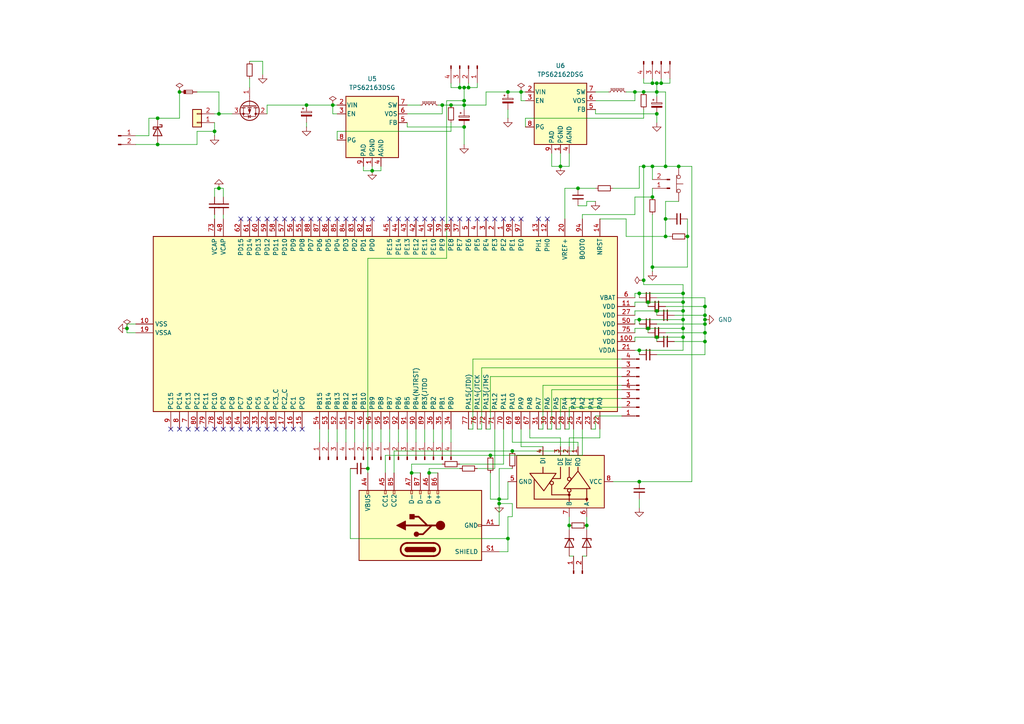
<source format=kicad_sch>
(kicad_sch (version 20231120) (generator "eeschema") (generator_version "8.0")
  (paper "A4")
  (junction (at 184.15 26.67))
  (junction (at 148.59 130.81))
  (junction (at 167.64 54.61))
  (junction (at 128.27 30.48))
  (junction (at 204.47 88.9))
  (junction (at 185.42 85.09))
  (junction (at 187.96 87.63))
  (junction (at 106.68 135.89))
  (junction (at 165.1 152.4))
  (junction (at 134.62 25.4))
  (junction (at 193.04 48.26))
  (junction (at 193.04 63.5))
  (junction (at 189.23 77.47))
  (junction (at 170.18 152.4))
  (junction (at 134.62 36.83))
  (junction (at 190.5 33.02))
  (junction (at 204.47 91.44))
  (junction (at 189.23 57.15))
  (junction (at 88.9 30.48))
  (junction (at 162.56 48.26))
  (junction (at 124.46 137.16))
  (junction (at 204.47 93.98))
  (junction (at 196.85 48.26))
  (junction (at 185.42 101.6))
  (junction (at 134.62 30.48))
  (junction (at 45.72 34.29))
  (junction (at 198.12 90.17))
  (junction (at 63.5 33.02))
  (junction (at 130.81 30.48))
  (junction (at 144.78 144.78))
  (junction (at 135.89 25.4))
  (junction (at 36.83 95.25))
  (junction (at 198.12 97.79))
  (junction (at 204.47 92.71))
  (junction (at 198.12 87.63))
  (junction (at 62.23 38.1))
  (junction (at 198.12 92.71))
  (junction (at 134.62 29.21))
  (junction (at 193.04 68.58))
  (junction (at 147.32 156.21))
  (junction (at 52.07 26.67))
  (junction (at 199.39 68.58))
  (junction (at 133.35 25.4))
  (junction (at 142.24 132.08))
  (junction (at 185.42 139.7))
  (junction (at 107.95 49.53))
  (junction (at 198.12 95.25))
  (junction (at 186.69 48.26))
  (junction (at 186.69 81.28))
  (junction (at 190.5 97.79))
  (junction (at 190.5 90.17))
  (junction (at 190.5 26.67))
  (junction (at 96.52 30.48))
  (junction (at 204.47 96.52))
  (junction (at 189.23 48.26))
  (junction (at 187.96 95.25))
  (junction (at 147.32 26.67))
  (junction (at 204.47 99.06))
  (junction (at 191.77 24.13))
  (junction (at 189.23 24.13))
  (junction (at 198.12 85.09))
  (junction (at 185.42 92.71))
  (junction (at 119.38 137.16))
  (junction (at 63.5 54.61))
  (junction (at 45.72 41.91))
  (junction (at 190.5 24.13))
  (junction (at 186.69 26.67))
  (junction (at 144.78 146.05))
  (junction (at 151.13 26.67))
  (no_connect (at 151.13 63.5))
  (no_connect (at 140.97 63.5))
  (no_connect (at 118.11 63.5))
  (no_connect (at 143.51 63.5))
  (no_connect (at 95.25 63.5))
  (no_connect (at 90.17 63.5))
  (no_connect (at 133.35 63.5))
  (no_connect (at 69.85 63.5))
  (no_connect (at 77.47 63.5))
  (no_connect (at 100.33 63.5))
  (no_connect (at 67.31 124.46))
  (no_connect (at 85.09 63.5))
  (no_connect (at 74.93 63.5))
  (no_connect (at 130.81 63.5))
  (no_connect (at 148.59 63.5))
  (no_connect (at 82.55 63.5))
  (no_connect (at 115.57 63.5))
  (no_connect (at 72.39 124.46))
  (no_connect (at 49.53 124.46))
  (no_connect (at 59.69 124.46))
  (no_connect (at 54.61 124.46))
  (no_connect (at 80.01 124.46))
  (no_connect (at 156.21 63.5))
  (no_connect (at 120.65 63.5))
  (no_connect (at 87.63 124.46))
  (no_connect (at 135.89 63.5))
  (no_connect (at 62.23 124.46))
  (no_connect (at 82.55 124.46))
  (no_connect (at 158.75 63.5))
  (no_connect (at 74.93 124.46))
  (no_connect (at 77.47 124.46))
  (no_connect (at 72.39 63.5))
  (no_connect (at 80.01 63.5))
  (no_connect (at 64.77 124.46))
  (no_connect (at 105.41 63.5))
  (no_connect (at 107.95 63.5))
  (no_connect (at 52.07 124.46))
  (no_connect (at 146.05 63.5))
  (no_connect (at 125.73 63.5))
  (no_connect (at 92.71 63.5))
  (no_connect (at 57.15 124.46))
  (no_connect (at 123.19 63.5))
  (no_connect (at 138.43 63.5))
  (no_connect (at 69.85 124.46))
  (no_connect (at 97.79 63.5))
  (no_connect (at 87.63 63.5))
  (no_connect (at 128.27 63.5))
  (no_connect (at 113.03 63.5))
  (no_connect (at 102.87 63.5))
  (no_connect (at 85.09 124.46))
  (wire (pts (xy 162.56 124.46) (xy 162.56 115.57)))
  (wire (pts (xy 166.37 124.46) (xy 166.37 130.81)))
  (wire (pts (xy 190.5 26.67) (xy 190.5 24.13)))
  (wire (pts (xy 107.95 124.46) (xy 107.95 128.27)))
  (wire (pts (xy 184.15 96.52) (xy 184.15 95.25)))
  (wire (pts (xy 194.31 68.58) (xy 193.04 68.58)))
  (wire (pts (xy 125.73 124.46) (xy 125.73 128.27)))
  (wire (pts (xy 130.81 35.56) (xy 130.81 38.1)))
  (wire (pts (xy 190.5 33.02) (xy 172.72 33.02)))
  (wire (pts (xy 110.49 48.26) (xy 110.49 49.53)))
  (wire (pts (xy 184.15 88.9) (xy 184.15 87.63)))
  (wire (pts (xy 184.15 101.6) (xy 185.42 101.6)))
  (wire (pts (xy 106.68 135.89) (xy 106.68 74.93)))
  (wire (pts (xy 128.27 30.48) (xy 127 30.48)))
  (wire (pts (xy 118.11 36.83) (xy 134.62 36.83)))
  (wire (pts (xy 185.42 144.78) (xy 185.42 147.32)))
  (wire (pts (xy 133.35 24.13) (xy 133.35 25.4)))
  (wire (pts (xy 153.67 124.46) (xy 153.67 127)))
  (wire (pts (xy 129.54 29.21) (xy 134.62 29.21)))
  (wire (pts (xy 153.67 127) (xy 162.56 127)))
  (wire (pts (xy 193.04 58.42) (xy 196.85 58.42)))
  (wire (pts (xy 39.37 93.98) (xy 36.83 93.98)))
  (wire (pts (xy 186.69 31.75) (xy 186.69 34.29)))
  (wire (pts (xy 189.23 54.61) (xy 189.23 57.15)))
  (wire (pts (xy 157.48 124.46) (xy 157.48 111.76)))
  (wire (pts (xy 181.61 68.58) (xy 181.61 63.5)))
  (wire (pts (xy 160.02 113.03) (xy 160.02 124.46)))
  (wire (pts (xy 130.81 30.48) (xy 134.62 30.48)))
  (wire (pts (xy 110.49 124.46) (xy 110.49 128.27)))
  (wire (pts (xy 137.16 104.14) (xy 180.34 104.14)))
  (wire (pts (xy 105.41 49.53) (xy 107.95 49.53)))
  (wire (pts (xy 170.18 152.4) (xy 170.18 153.67)))
  (wire (pts (xy 184.15 62.23) (xy 168.91 62.23)))
  (wire (pts (xy 62.23 57.15) (xy 62.23 54.61)))
  (wire (pts (xy 135.89 124.46) (xy 137.16 124.46)))
  (wire (pts (xy 186.69 22.86) (xy 186.69 24.13)))
  (wire (pts (xy 72.39 22.86) (xy 72.39 25.4)))
  (wire (pts (xy 62.23 62.23) (xy 62.23 63.5)))
  (wire (pts (xy 163.83 124.46) (xy 165.1 124.46)))
  (wire (pts (xy 184.15 29.21) (xy 184.15 26.67)))
  (wire (pts (xy 107.95 48.26) (xy 107.95 49.53)))
  (wire (pts (xy 52.07 34.29) (xy 52.07 26.67)))
  (wire (pts (xy 148.59 128.27) (xy 167.64 128.27)))
  (wire (pts (xy 167.64 54.61) (xy 172.72 54.61)))
  (wire (pts (xy 123.19 124.46) (xy 123.19 128.27)))
  (wire (pts (xy 152.4 34.29) (xy 152.4 36.83)))
  (wire (pts (xy 187.96 95.25) (xy 187.96 96.52)))
  (wire (pts (xy 43.18 39.37) (xy 43.18 34.29)))
  (wire (pts (xy 160.02 44.45) (xy 160.02 48.26)))
  (wire (pts (xy 151.13 26.67) (xy 152.4 26.67)))
  (wire (pts (xy 134.62 29.21) (xy 134.62 25.4)))
  (wire (pts (xy 186.69 34.29) (xy 152.4 34.29)))
  (wire (pts (xy 190.5 24.13) (xy 191.77 24.13)))
  (wire (pts (xy 170.18 59.69) (xy 170.18 58.42)))
  (wire (pts (xy 195.58 91.44) (xy 204.47 91.44)))
  (wire (pts (xy 147.32 139.7) (xy 147.32 144.78)))
  (wire (pts (xy 130.81 124.46) (xy 130.81 128.27)))
  (wire (pts (xy 76.2 21.59) (xy 76.2 17.78)))
  (wire (pts (xy 160.02 48.26) (xy 162.56 48.26)))
  (wire (pts (xy 195.58 99.06) (xy 204.47 99.06)))
  (wire (pts (xy 144.78 135.89) (xy 144.78 144.78)))
  (wire (pts (xy 173.99 63.5) (xy 181.61 63.5)))
  (wire (pts (xy 162.56 127) (xy 162.56 129.54)))
  (wire (pts (xy 171.45 124.46) (xy 172.72 124.46)))
  (wire (pts (xy 124.46 137.16) (xy 127 137.16)))
  (wire (pts (xy 181.61 26.67) (xy 184.15 26.67)))
  (wire (pts (xy 111.76 132.08) (xy 142.24 132.08)))
  (wire (pts (xy 184.15 87.63) (xy 187.96 87.63)))
  (wire (pts (xy 162.56 44.45) (xy 162.56 48.26)))
  (wire (pts (xy 128.27 30.48) (xy 130.81 30.48)))
  (wire (pts (xy 45.72 34.29) (xy 52.07 34.29)))
  (wire (pts (xy 184.15 92.71) (xy 185.42 92.71)))
  (wire (pts (xy 119.38 134.62) (xy 119.38 137.16)))
  (wire (pts (xy 189.23 77.47) (xy 199.39 77.47)))
  (wire (pts (xy 118.11 36.83) (xy 118.11 35.56)))
  (wire (pts (xy 128.27 33.02) (xy 128.27 30.48)))
  (wire (pts (xy 198.12 95.25) (xy 198.12 97.79)))
  (wire (pts (xy 97.79 124.46) (xy 97.79 128.27)))
  (wire (pts (xy 172.72 26.67) (xy 176.53 26.67)))
  (wire (pts (xy 138.43 124.46) (xy 139.7 124.46)))
  (wire (pts (xy 64.77 54.61) (xy 63.5 54.61)))
  (wire (pts (xy 36.83 96.52) (xy 36.83 95.25)))
  (wire (pts (xy 190.5 97.79) (xy 198.12 97.79)))
  (wire (pts (xy 119.38 137.16) (xy 121.92 137.16)))
  (wire (pts (xy 163.83 54.61) (xy 163.83 63.5)))
  (wire (pts (xy 193.04 26.67) (xy 193.04 48.26)))
  (wire (pts (xy 144.78 152.4) (xy 144.78 146.05)))
  (wire (pts (xy 105.41 124.46) (xy 105.41 128.27)))
  (wire (pts (xy 114.3 130.81) (xy 148.59 130.81)))
  (wire (pts (xy 106.68 74.93) (xy 129.54 74.93)))
  (wire (pts (xy 95.25 124.46) (xy 95.25 128.27)))
  (wire (pts (xy 194.31 63.5) (xy 193.04 63.5)))
  (wire (pts (xy 62.23 35.56) (xy 62.23 38.1)))
  (wire (pts (xy 199.39 68.58) (xy 199.39 77.47)))
  (wire (pts (xy 57.15 41.91) (xy 45.72 41.91)))
  (wire (pts (xy 198.12 87.63) (xy 198.12 90.17)))
  (wire (pts (xy 142.24 137.16) (xy 142.24 144.78)))
  (wire (pts (xy 142.24 109.22) (xy 180.34 109.22)))
  (wire (pts (xy 147.32 149.86) (xy 148.59 149.86)))
  (wire (pts (xy 151.13 124.46) (xy 151.13 129.54)))
  (wire (pts (xy 77.47 30.48) (xy 88.9 30.48)))
  (wire (pts (xy 198.12 85.09) (xy 198.12 87.63)))
  (wire (pts (xy 76.2 17.78) (xy 72.39 17.78)))
  (wire (pts (xy 184.15 99.06) (xy 184.15 97.79)))
  (wire (pts (xy 189.23 77.47) (xy 189.23 78.74)))
  (wire (pts (xy 168.91 62.23) (xy 168.91 63.5)))
  (wire (pts (xy 190.5 33.02) (xy 190.5 35.56)))
  (wire (pts (xy 106.68 137.16) (xy 106.68 135.89)))
  (wire (pts (xy 128.27 124.46) (xy 128.27 128.27)))
  (wire (pts (xy 146.05 124.46) (xy 146.05 134.62)))
  (wire (pts (xy 45.72 41.91) (xy 39.37 41.91)))
  (wire (pts (xy 185.42 101.6) (xy 198.12 101.6)))
  (wire (pts (xy 184.15 95.25) (xy 187.96 95.25)))
  (wire (pts (xy 157.48 111.76) (xy 180.34 111.76)))
  (wire (pts (xy 140.97 124.46) (xy 142.24 124.46)))
  (wire (pts (xy 151.13 129.54) (xy 157.48 129.54)))
  (wire (pts (xy 151.13 29.21) (xy 151.13 26.67)))
  (wire (pts (xy 134.62 25.4) (xy 135.89 25.4)))
  (wire (pts (xy 184.15 90.17) (xy 190.5 90.17)))
  (wire (pts (xy 158.75 124.46) (xy 160.02 124.46)))
  (wire (pts (xy 165.1 149.86) (xy 165.1 152.4)))
  (wire (pts (xy 184.15 97.79) (xy 190.5 97.79)))
  (wire (pts (xy 168.91 161.29) (xy 170.18 161.29)))
  (wire (pts (xy 143.51 135.89) (xy 138.43 135.89)))
  (wire (pts (xy 62.23 54.61) (xy 63.5 54.61)))
  (wire (pts (xy 144.78 160.02) (xy 147.32 160.02)))
  (wire (pts (xy 184.15 26.67) (xy 186.69 26.67)))
  (wire (pts (xy 62.23 38.1) (xy 62.23 39.37)))
  (wire (pts (xy 101.6 135.89) (xy 101.6 156.21)))
  (wire (pts (xy 193.04 58.42) (xy 193.04 63.5)))
  (wire (pts (xy 193.04 96.52) (xy 204.47 96.52)))
  (wire (pts (xy 186.69 81.28) (xy 186.69 82.55)))
  (wire (pts (xy 194.31 24.13) (xy 194.31 22.86)))
  (wire (pts (xy 198.12 92.71) (xy 198.12 95.25)))
  (wire (pts (xy 193.04 48.26) (xy 196.85 48.26)))
  (wire (pts (xy 177.8 54.61) (xy 185.42 54.61)))
  (wire (pts (xy 147.32 31.75) (xy 147.32 34.29)))
  (wire (pts (xy 198.12 90.17) (xy 198.12 92.71)))
  (wire (pts (xy 172.72 124.46) (xy 172.72 120.65)))
  (wire (pts (xy 134.62 30.48) (xy 140.97 30.48)))
  (wire (pts (xy 160.02 113.03) (xy 180.34 113.03)))
  (wire (pts (xy 118.11 30.48) (xy 121.92 30.48)))
  (wire (pts (xy 172.72 120.65) (xy 180.34 120.65)))
  (wire (pts (xy 142.24 144.78) (xy 144.78 144.78)))
  (wire (pts (xy 165.1 44.45) (xy 165.1 48.26)))
  (wire (pts (xy 185.42 92.71) (xy 185.42 93.98)))
  (wire (pts (xy 101.6 156.21) (xy 147.32 156.21)))
  (wire (pts (xy 185.42 139.7) (xy 200.66 139.7)))
  (wire (pts (xy 43.18 34.29) (xy 45.72 34.29)))
  (wire (pts (xy 162.56 115.57) (xy 180.34 115.57)))
  (wire (pts (xy 173.99 124.46) (xy 173.99 127)))
  (wire (pts (xy 186.69 82.55) (xy 198.12 82.55)))
  (wire (pts (xy 152.4 29.21) (xy 151.13 29.21)))
  (wire (pts (xy 204.47 93.98) (xy 204.47 96.52)))
  (wire (pts (xy 63.5 33.02) (xy 67.31 33.02)))
  (wire (pts (xy 165.1 127) (xy 173.99 127)))
  (wire (pts (xy 190.5 26.67) (xy 190.5 27.94)))
  (wire (pts (xy 193.04 63.5) (xy 193.04 68.58)))
  (wire (pts (xy 190.5 93.98) (xy 204.47 93.98)))
  (wire (pts (xy 191.77 24.13) (xy 191.77 22.86)))
  (wire (pts (xy 167.64 59.69) (xy 170.18 59.69)))
  (wire (pts (xy 148.59 146.05) (xy 144.78 146.05)))
  (wire (pts (xy 186.69 48.26) (xy 189.23 48.26)))
  (wire (pts (xy 204.47 88.9) (xy 204.47 91.44)))
  (wire (pts (xy 190.5 24.13) (xy 189.23 24.13)))
  (wire (pts (xy 170.18 58.42) (xy 172.72 58.42)))
  (wire (pts (xy 186.69 48.26) (xy 186.69 81.28)))
  (wire (pts (xy 189.23 48.26) (xy 189.23 52.07)))
  (wire (pts (xy 134.62 30.48) (xy 134.62 31.75)))
  (wire (pts (xy 148.59 130.81) (xy 166.37 130.81)))
  (wire (pts (xy 77.47 33.02) (xy 77.47 30.48)))
  (wire (pts (xy 165.1 124.46) (xy 165.1 118.11)))
  (wire (pts (xy 140.97 26.67) (xy 147.32 26.67)))
  (wire (pts (xy 110.49 49.53) (xy 107.95 49.53)))
  (wire (pts (xy 190.5 102.87) (xy 204.47 102.87)))
  (wire (pts (xy 191.77 24.13) (xy 194.31 24.13)))
  (wire (pts (xy 168.91 124.46) (xy 168.91 132.08)))
  (wire (pts (xy 62.23 33.02) (xy 63.5 33.02)))
  (wire (pts (xy 187.96 95.25) (xy 198.12 95.25)))
  (wire (pts (xy 186.69 24.13) (xy 189.23 24.13)))
  (wire (pts (xy 102.87 124.46) (xy 102.87 128.27)))
  (wire (pts (xy 96.52 30.48) (xy 88.9 30.48)))
  (wire (pts (xy 113.03 124.46) (xy 113.03 128.27)))
  (wire (pts (xy 133.35 25.4) (xy 130.81 25.4)))
  (wire (pts (xy 163.83 54.61) (xy 167.64 54.61)))
  (wire (pts (xy 184.15 93.98) (xy 184.15 92.71)))
  (wire (pts (xy 64.77 62.23) (xy 64.77 63.5)))
  (wire (pts (xy 88.9 35.56) (xy 88.9 36.83)))
  (wire (pts (xy 172.72 29.21) (xy 184.15 29.21)))
  (wire (pts (xy 57.15 38.1) (xy 57.15 41.91)))
  (wire (pts (xy 198.12 97.79) (xy 198.12 101.6)))
  (wire (pts (xy 62.23 38.1) (xy 57.15 38.1)))
  (wire (pts (xy 140.97 30.48) (xy 140.97 26.67)))
  (wire (pts (xy 124.46 135.89) (xy 124.46 137.16)))
  (wire (pts (xy 161.29 124.46) (xy 162.56 124.46)))
  (wire (pts (xy 138.43 25.4) (xy 138.43 24.13)))
  (wire (pts (xy 193.04 68.58) (xy 181.61 68.58)))
  (wire (pts (xy 187.96 87.63) (xy 187.96 88.9)))
  (wire (pts (xy 196.85 48.26) (xy 200.66 48.26)))
  (wire (pts (xy 134.62 30.48) (xy 134.62 29.21)))
  (wire (pts (xy 96.52 33.02) (xy 96.52 30.48)))
  (wire (pts (xy 204.47 93.98) (xy 204.47 92.71)))
  (wire (pts (xy 142.24 132.08) (xy 168.91 132.08)))
  (wire (pts (xy 143.51 124.46) (xy 143.51 135.89)))
  (wire (pts (xy 147.32 144.78) (xy 144.78 144.78)))
  (wire (pts (xy 172.72 31.75) (xy 172.72 33.02)))
  (wire (pts (xy 147.32 26.67) (xy 151.13 26.67)))
  (wire (pts (xy 97.79 33.02) (xy 96.52 33.02)))
  (wire (pts (xy 190.5 97.79) (xy 190.5 99.06)))
  (wire (pts (xy 184.15 85.09) (xy 185.42 85.09)))
  (wire (pts (xy 144.78 144.78) (xy 144.78 146.05)))
  (wire (pts (xy 200.66 48.26) (xy 200.66 139.7)))
  (wire (pts (xy 185.42 85.09) (xy 198.12 85.09)))
  (wire (pts (xy 63.5 33.02) (xy 63.5 26.67)))
  (wire (pts (xy 156.21 124.46) (xy 157.48 124.46)))
  (wire (pts (xy 134.62 25.4) (xy 133.35 25.4)))
  (wire (pts (xy 189.23 62.23) (xy 189.23 77.47)))
  (wire (pts (xy 185.42 48.26) (xy 185.42 54.61)))
  (wire (pts (xy 114.3 137.16) (xy 114.3 130.81)))
  (wire (pts (xy 167.64 128.27) (xy 167.64 129.54)))
  (wire (pts (xy 92.71 124.46) (xy 92.71 128.27)))
  (wire (pts (xy 189.23 57.15) (xy 184.15 57.15)))
  (wire (pts (xy 204.47 91.44) (xy 204.47 92.71)))
  (wire (pts (xy 187.96 87.63) (xy 198.12 87.63)))
  (wire (pts (xy 190.5 90.17) (xy 198.12 90.17)))
  (wire (pts (xy 130.81 25.4) (xy 130.81 24.13)))
  (wire (pts (xy 105.41 48.26) (xy 105.41 49.53)))
  (wire (pts (xy 204.47 99.06) (xy 204.47 96.52)))
  (wire (pts (xy 146.05 134.62) (xy 133.35 134.62)))
  (wire (pts (xy 189.23 24.13) (xy 189.23 22.86)))
  (wire (pts (xy 137.16 124.46) (xy 137.16 104.14)))
  (wire (pts (xy 204.47 86.36) (xy 204.47 88.9)))
  (wire (pts (xy 118.11 33.02) (xy 128.27 33.02)))
  (wire (pts (xy 165.1 127) (xy 165.1 129.54)))
  (wire (pts (xy 199.39 63.5) (xy 199.39 68.58)))
  (wire (pts (xy 100.33 124.46) (xy 100.33 128.27)))
  (wire (pts (xy 170.18 149.86) (xy 170.18 152.4)))
  (wire (pts (xy 130.81 38.1) (xy 97.79 38.1)))
  (wire (pts (xy 142.24 109.22) (xy 142.24 124.46)))
  (wire (pts (xy 184.15 91.44) (xy 184.15 90.17)))
  (wire (pts (xy 186.69 48.26) (xy 185.42 48.26)))
  (wire (pts (xy 64.77 57.15) (xy 64.77 54.61)))
  (wire (pts (xy 135.89 25.4) (xy 135.89 24.13)))
  (wire (pts (xy 115.57 124.46) (xy 115.57 128.27)))
  (wire (pts (xy 204.47 99.06) (xy 204.47 102.87)))
  (wire (pts (xy 147.32 156.21) (xy 147.32 160.02)))
  (wire (pts (xy 193.04 48.26) (xy 189.23 48.26)))
  (wire (pts (xy 120.65 124.46) (xy 120.65 128.27)))
  (wire (pts (xy 111.76 137.16) (xy 111.76 132.08)))
  (wire (pts (xy 97.79 38.1) (xy 97.79 40.64)))
  (wire (pts (xy 165.1 118.11) (xy 180.34 118.11)))
  (wire (pts (xy 36.83 93.98) (xy 36.83 95.25)))
  (wire (pts (xy 148.59 135.89) (xy 144.78 135.89)))
  (wire (pts (xy 190.5 90.17) (xy 190.5 91.44)))
  (wire (pts (xy 165.1 161.29) (xy 166.37 161.29)))
  (wire (pts (xy 198.12 82.55) (xy 198.12 85.09)))
  (wire (pts (xy 39.37 39.37) (xy 43.18 39.37)))
  (wire (pts (xy 39.37 96.52) (xy 36.83 96.52)))
  (wire (pts (xy 134.62 36.83) (xy 134.62 41.91)))
  (wire (pts (xy 148.59 124.46) (xy 148.59 128.27)))
  (wire (pts (xy 177.8 139.7) (xy 185.42 139.7)))
  (wire (pts (xy 148.59 149.86) (xy 148.59 146.05)))
  (wire (pts (xy 133.35 135.89) (xy 124.46 135.89)))
  (wire (pts (xy 185.42 85.09) (xy 185.42 86.36)))
  (wire (pts (xy 128.27 134.62) (xy 119.38 134.62)))
  (wire (pts (xy 186.69 26.67) (xy 190.5 26.67)))
  (wire (pts (xy 63.5 26.67) (xy 57.15 26.67)))
  (wire (pts (xy 129.54 29.21) (xy 129.54 74.93)))
  (wire (pts (xy 139.7 124.46) (xy 139.7 106.68)))
  (wire (pts (xy 135.89 25.4) (xy 138.43 25.4)))
  (wire (pts (xy 193.04 88.9) (xy 204.47 88.9)))
  (wire (pts (xy 139.7 106.68) (xy 180.34 106.68)))
  (wire (pts (xy 165.1 48.26) (xy 162.56 48.26)))
  (wire (pts (xy 185.42 101.6) (xy 185.42 102.87)))
  (wire (pts (xy 193.04 26.67) (xy 190.5 26.67)))
  (wire (pts (xy 185.42 92.71) (xy 198.12 92.71)))
  (wire (pts (xy 184.15 85.09) (xy 184.15 86.36)))
  (wire (pts (xy 165.1 152.4) (xy 165.1 153.67)))
  (wire (pts (xy 147.32 149.86) (xy 147.32 156.21)))
  (wire (pts (xy 118.11 124.46) (xy 118.11 128.27)))
  (wire (pts (xy 190.5 86.36) (xy 204.47 86.36)))
  (wire (pts (xy 96.52 30.48) (xy 97.79 30.48)))
  (wire (pts (xy 184.15 57.15) (xy 184.15 62.23)))
  (symbol (lib_id "Diode:PTVS7V5Z1USK") (at 165.1 157.48 270) (unit 1)
    (property "Reference" "D3" (effects (hide yes)))
    (property "Value" "PTVS7V5Z1USK" (effects (hide yes)))
    (property "Footprint" "Diode_SMD:Nexperia_DSN1608-2_1.6x0.8mm" (effects (hide yes)))
    (property "Datasheet" "https://assets.nexperia.com/documents/data-sheet/PTVS7V5Z1USK.pdf" (effects (hide yes)))
    (property "Description" "7.5V, 2200W TVS unidirectional diode, DSN1608-2" (effects (hide yes)))
  )
  (symbol (lib_id "Device:R_Small") (at 186.69 29.21 0) (unit 1)
    (property "Reference" "R12" (effects (hide yes)))
    (property "Value" "100k" (effects (hide yes)))
    (property "Footprint" "Resistor_SMD:R_0402_1005Metric" (effects (hide yes)))
    (property "Description" "Resistor, small symbol" (effects (hide yes)))
  )
  (symbol (lib_id "Transistor_FET:IRF9540N") (at 72.39 30.48 270) (unit 1)
    (property "Reference" "Q2" (effects (hide yes)))
    (property "Value" "IRF9540N" (effects (hide yes)))
    (property "Footprint" "Package_TO_SOT_THT:TO-220-3_Vertical" (effects (hide yes)))
    (property "Datasheet" "http://www.irf.com/product-info/datasheets/data/irf9540n.pdf" (effects (hide yes)))
    (property "Description" "-23A Id, -100V Vds, 117mOhm Rds, P-Channel HEXFET Power MOSFET, TO-220" (effects (hide yes)))
  )
  (symbol (lib_id "power:GND") (at 76.2 21.59 0) (unit 1)
    (property "Reference" "#PWR010" (effects (hide yes)))
    (property "Value" "GND" (effects (hide yes)))
    (property "Description" "Power symbol creates a global label with name \"GND\" , ground" (effects (hide yes)))
  )
  (symbol (lib_id "Device:C_Small") (at 187.96 93.98 90) (unit 1)
    (property "Reference" "C15" (effects (hide yes)))
    (property "Value" "0.1 uF" (effects (hide yes)))
    (property "Footprint" "Capacitor_SMD:C_0402_1005Metric" (effects (hide yes)))
    (property "Description" "Unpolarized capacitor, small symbol" (effects (hide yes)))
  )
  (symbol (lib_id "Device:C_Small") (at 193.04 91.44 90) (unit 1)
    (property "Reference" "C20" (effects (hide yes)))
    (property "Value" "0.1 uF" (effects (hide yes)))
    (property "Footprint" "Capacitor_SMD:C_0402_1005Metric" (effects (hide yes)))
    (property "Description" "Unpolarized capacitor, small symbol" (effects (hide yes)))
  )
  (symbol (lib_id "Connector:Conn_01x04_Pin") (at 135.89 19.05 270) (unit 1)
    (property "Reference" "J1" (effects (hide yes)))
    (property "Value" "Conn_01x04_Pin" (effects (hide yes)))
    (property "Footprint" "Connector_PinHeader_2.54mm:PinHeader_1x04_P2.54mm_Vertical" (effects (hide yes)))
    (property "Description" "Generic connector, single row, 01x04, script generated" (effects (hide yes)))
  )
  (symbol (lib_id "Connector:Conn_01x04_Pin") (at 191.77 17.78 270) (unit 1)
    (property "Reference" "J2" (effects (hide yes)))
    (property "Value" "Conn_01x04_Pin" (effects (hide yes)))
    (property "Footprint" "Connector_PinHeader_2.54mm:PinHeader_1x04_P2.54mm_Vertical" (effects (hide yes)))
    (property "Description" "Generic connector, single row, 01x04, script generated" (effects (hide yes)))
  )
  (symbol (lib_id "power:GND") (at 147.32 34.29 0) (unit 1)
    (property "Reference" "#PWR014" (effects (hide yes)))
    (property "Value" "GND" (effects (hide yes)))
    (property "Description" "Power symbol creates a global label with name \"GND\" , ground" (effects (hide yes)))
  )
  (symbol (lib_id "Switch:SW_Push_Open") (at 196.85 53.34 270) (unit 1)
    (property "Reference" "SW1" (effects (hide yes)))
    (property "Value" "SW_Push_Open" (effects (hide yes)))
    (property "Footprint" "Button_Switch_SMD:SW_SPST_TL3342" (effects (hide yes)))
    (property "Description" "Push button switch, push-to-open, generic, two pins" (effects (hide yes)))
  )
  (symbol (lib_id "Device:R_Small") (at 130.81 33.02 0) (unit 1)
    (property "Reference" "R11" (effects (hide yes)))
    (property "Value" "100k" (effects (hide yes)))
    (property "Footprint" "Resistor_SMD:R_0402_1005Metric" (effects (hide yes)))
    (property "Description" "Resistor, small symbol" (effects (hide yes)))
  )
  (symbol (lib_id "Device:Fuse_Polarized_Small") (at 54.61 26.67 0) (unit 1)
    (property "Reference" "F2" (effects (hide yes)))
    (property "Value" "5A" (effects (hide yes)))
    (property "Footprint" "Fuse:Fuse_0805_2012Metric" (effects (hide yes)))
    (property "Description" "Polarized fuse, small symbol" (effects (hide yes)))
  )
  (symbol (lib_id "Device:R_Small") (at 142.24 134.62 180) (unit 1)
    (property "Reference" "R4" (effects (hide yes)))
    (property "Value" "5100" (effects (hide yes)))
    (property "Footprint" "Resistor_SMD:R_0402_1005Metric" (effects (hide yes)))
    (property "Description" "Resistor, small symbol" (effects (hide yes)))
  )
  (symbol (lib_id "Connector:Conn_01x02_Pin") (at 194.31 54.61 180) (unit 1)
    (property "Reference" "J25" (effects (hide yes)))
    (property "Value" "Conn_01x02_Pin" (effects (hide yes)))
    (property "Footprint" "Connector_PinHeader_2.54mm:PinHeader_1x02_P2.54mm_Vertical" (effects (hide yes)))
    (property "Description" "Generic connector, single row, 01x02, script generated" (effects (hide yes)))
  )
  (symbol (lib_id "power:GND") (at 134.62 41.91 0) (unit 1)
    (property "Reference" "#PWR012" (effects (hide yes)))
    (property "Value" "GND" (effects (hide yes)))
    (property "Description" "Power symbol creates a global label with name \"GND\" , ground" (effects (hide yes)))
  )
  (symbol (lib_id "Device:C_Small") (at 187.96 102.87 90) (unit 1)
    (property "Reference" "C16" (effects (hide yes)))
    (property "Value" "0.1 uF" (effects (hide yes)))
    (property "Footprint" "Capacitor_SMD:C_0402_1005Metric" (effects (hide yes)))
    (property "Description" "Unpolarized capacitor, small symbol" (effects (hide yes)))
  )
  (symbol (lib_id "Interface_UART:MAX3075E") (at 162.56 139.7 270) (unit 1)
    (property "Reference" "U4" (effects (hide yes)))
    (property "Value" "MAX3075E" (effects (hide yes)))
    (property "Footprint" "Package_SO:SOIC-8_3.9x4.9mm_P1.27mm" (effects (hide yes)))
    (property "Datasheet" "https://datasheets.maximintegrated.com/en/ds/MAX3070E-MAX3079E.pdf" (effects (hide yes)))
    (property "Description" "+3.3V, ±15kV ESD-Protected, Fail-Safe, Hot-Swap, RS-485/RS-422 Transceivers, SOIC-8" (effects (hide yes)))
  )
  (symbol (lib_id "Connector:USB_C_Receptacle_USB2.0_14P") (at 121.92 152.4 90) (unit 1)
    (property "Reference" "J15" (effects (hide yes)))
    (property "Value" "USB_C_Receptacle_USB2.0_14P" (effects (hide yes)))
    (property "Footprint" "Connector_USB:USB_C_Receptacle_HRO_TYPE-C-31-M-12" (effects (hide yes)))
    (property "Datasheet" "https://www.usb.org/sites/default/files/documents/usb_type-c.zip" (effects (hide yes)))
    (property "Description" "USB 2.0-only 14P Type-C Receptacle connector" (effects (hide yes)))
  )
  (symbol (lib_id "Device:C_Small") (at 196.85 63.5 90) (unit 1)
    (property "Reference" "C22" (effects (hide yes)))
    (property "Value" "0.1 uF" (effects (hide yes)))
    (property "Footprint" "Capacitor_SMD:C_0402_1005Metric" (effects (hide yes)))
    (property "Description" "Unpolarized capacitor, small symbol" (effects (hide yes)))
  )
  (symbol (lib_id "power:GND") (at 88.9 36.83 0) (unit 1)
    (property "Reference" "#PWR013" (effects (hide yes)))
    (property "Value" "GND" (effects (hide yes)))
    (property "Description" "Power symbol creates a global label with name \"GND\" , ground" (effects (hide yes)))
  )
  (symbol (lib_id "Connector:Conn_01x04_Pin") (at 185.42 109.22 180) (unit 1)
    (property "Reference" "J22" (effects (hide yes)))
    (property "Value" "Conn_01x04_Pin" (effects (hide yes)))
    (property "Footprint" "Connector_PinHeader_2.54mm:PinHeader_1x04_P2.54mm_Vertical" (effects (hide yes)))
    (property "Description" "Generic connector, single row, 01x04, script generated" (effects (hide yes)))
  )
  (symbol (lib_id "Device:C_Polarized_Small") (at 88.9 33.02 0) (unit 1)
    (property "Reference" "C23" (effects (hide yes)))
    (property "Value" "10 uF" (effects (hide yes)))
    (property "Footprint" "Capacitor_SMD:CP_Elec_10x10.5" (effects (hide yes)))
    (property "Description" "Polarized capacitor, small symbol" (effects (hide yes)))
  )
  (symbol (lib_id "power:GND") (at 172.72 58.42 0) (unit 1)
    (property "Reference" "#PWR05" (effects (hide yes)))
    (property "Value" "GND" (effects (hide yes)))
    (property "Description" "Power symbol creates a global label with name \"GND\" , ground" (effects (hide yes)))
  )
  (symbol (lib_id "power:GND") (at 107.95 49.53 0) (unit 1)
    (property "Reference" "#PWR011" (effects (hide yes)))
    (property "Value" "GND" (effects (hide yes)))
    (property "Description" "Power symbol creates a global label with name \"GND\" , ground" (effects (hide yes)))
  )
  (symbol (lib_id "Connector:Conn_01x04_Pin") (at 95.25 133.35 90) (unit 1)
    (property "Reference" "J10" (effects (hide yes)))
    (property "Value" "Conn_01x04_Pin" (effects (hide yes)))
    (property "Footprint" "Connector_PinHeader_2.54mm:PinHeader_1x04_P2.54mm_Vertical" (effects (hide yes)))
    (property "Description" "Generic connector, single row, 01x04, script generated" (effects (hide yes)))
  )
  (symbol (lib_id "power:GND") (at 204.47 92.71 90) (unit 1)
    (property "Reference" "#PWR09" (effects (hide yes)))
    (property "Value" "GND" (at 208.28 92.7099 90) (effects (justify right)))
    (property "Description" "Power symbol creates a global label with name \"GND\" , ground" (effects (hide yes)))
  )
  (symbol (lib_id "Device:L_Ferrite_Small") (at 124.46 30.48 90) (unit 1)
    (property "Reference" "L3" (effects (hide yes)))
    (property "Value" "2.2 uH" (effects (hide yes)))
    (property "Footprint" "Inductor_SMD:L_0805_2012Metric" (effects (hide yes)))
    (property "Description" "Inductor with ferrite core, small symbol" (effects (hide yes)))
  )
  (symbol (lib_id "power:GND") (at 62.23 39.37 0) (unit 1)
    (property "Reference" "#PWR017" (effects (hide yes)))
    (property "Value" "GND" (effects (hide yes)))
    (property "Description" "Power symbol creates a global label with name \"GND\" , ground" (effects (hide yes)))
  )
  (symbol (lib_id "Device:C_Small") (at 190.5 96.52 90) (unit 1)
    (property "Reference" "C19" (effects (hide yes)))
    (property "Value" "0.1 uF" (effects (hide yes)))
    (property "Footprint" "Capacitor_SMD:C_0402_1005Metric" (effects (hide yes)))
    (property "Description" "Unpolarized capacitor, small symbol" (effects (hide yes)))
  )
  (symbol (lib_id "power:GND") (at 162.56 48.26 0) (unit 1)
    (property "Reference" "#PWR015" (effects (hide yes)))
    (property "Value" "GND" (effects (hide yes)))
    (property "Description" "Power symbol creates a global label with name \"GND\" , ground" (effects (hide yes)))
  )
  (symbol (lib_id "Device:L_Ferrite_Small") (at 179.07 26.67 90) (unit 1)
    (property "Reference" "L4" (effects (hide yes)))
    (property "Value" "2.2 uH" (effects (hide yes)))
    (property "Footprint" "Inductor_SMD:L_0805_2012Metric" (effects (hide yes)))
    (property "Description" "Inductor with ferrite core, small symbol" (effects (hide yes)))
  )
  (symbol (lib_id "Device:C_Polarized_Small") (at 147.32 29.21 0) (unit 1)
    (property "Reference" "C25" (effects (hide yes)))
    (property "Value" "10 uF" (effects (hide yes)))
    (property "Footprint" "Capacitor_SMD:CP_Elec_10x10.5" (effects (hide yes)))
    (property "Description" "Polarized capacitor, small symbol" (effects (hide yes)))
  )
  (symbol (lib_id "power:GND") (at 185.42 147.32 0) (unit 1)
    (property "Reference" "#PWR06" (effects (hide yes)))
    (property "Value" "GND" (effects (hide yes)))
    (property "Description" "Power symbol creates a global label with name \"GND\" , ground" (effects (hide yes)))
  )
  (symbol (lib_id "power:PWR_FLAG") (at 151.13 26.67 0) (unit 1)
    (property "Reference" "#FLG03" (effects (hide yes)))
    (property "Value" "PWR_FLAG" (effects (hide yes)))
    (property "Description" "Special symbol for telling ERC where power comes from" (effects (hide yes)))
  )
  (symbol (lib_id "Device:C_Small") (at 193.04 99.06 90) (unit 1)
    (property "Reference" "C21" (effects (hide yes)))
    (property "Value" "0.1 uF" (effects (hide yes)))
    (property "Footprint" "Capacitor_SMD:C_0402_1005Metric" (effects (hide yes)))
    (property "Description" "Unpolarized capacitor, small symbol" (effects (hide yes)))
  )
  (symbol (lib_id "Connector:Conn_01x04_Pin") (at 185.42 118.11 180) (unit 1)
    (property "Reference" "J23" (effects (hide yes)))
    (property "Value" "Conn_01x04_Pin" (effects (hide yes)))
    (property "Footprint" "Connector_PinHeader_2.54mm:PinHeader_1x04_P2.54mm_Vertical" (effects (hide yes)))
    (property "Description" "Generic connector, single row, 01x04, script generated" (effects (hide yes)))
  )
  (symbol (lib_id "MCU_ST_STM32H7:STM32H723VGTx") (at 110.49 93.98 270) (unit 1)
    (property "Reference" "U2" (effects (hide yes)))
    (property "Value" "STM32H723VGTx" (effects (hide yes)))
    (property "Footprint" "Package_QFP:LQFP-100_14x14mm_P0.5mm" (effects (hide yes)))
    (property "Datasheet" "https://www.st.com/resource/en/datasheet/stm32h723vg.pdf" (effects (hide yes)))
    (property "Description" "STMicroelectronics Arm Cortex-M7 MCU, 1024KB flash, 564KB RAM, 550 MHz, 1.71-3.6V, 82 GPIO, LQFP100" (effects (hide yes)))
  )
  (symbol (lib_id "power:GND") (at 144.78 146.05 0) (unit 1)
    (property "Reference" "#PWR04" (effects (hide yes)))
    (property "Value" "GND" (effects (hide yes)))
    (property "Description" "Power symbol creates a global label with name \"GND\" , ground" (effects (hide yes)))
  )
  (symbol (lib_id "Device:R_Small") (at 130.81 134.62 90) (unit 1)
    (property "Reference" "R2" (effects (hide yes)))
    (property "Value" "22" (effects (hide yes)))
    (property "Footprint" "Resistor_SMD:R_0402_1005Metric" (effects (hide yes)))
    (property "Description" "Resistor, small symbol" (effects (hide yes)))
  )
  (symbol (lib_id "Device:R_Small") (at 189.23 59.69 0) (unit 1)
    (property "Reference" "R8" (effects (hide yes)))
    (property "Value" "10k" (effects (hide yes)))
    (property "Footprint" "Resistor_SMD:R_0402_1005Metric" (effects (hide yes)))
    (property "Description" "Resistor, small symbol" (effects (hide yes)))
  )
  (symbol (lib_id "power:PWR_FLAG") (at 52.07 26.67 0) (unit 1)
    (property "Reference" "#FLG01" (effects (hide yes)))
    (property "Value" "PWR_FLAG" (effects (hide yes)))
    (property "Description" "Special symbol for telling ERC where power comes from" (effects (hide yes)))
  )
  (symbol (lib_id "Device:C_Small") (at 62.23 59.69 0) (unit 1)
    (property "Reference" "C2" (effects (hide yes)))
    (property "Value" "2.2 uF" (effects (hide yes)))
    (property "Footprint" "Capacitor_SMD:C_0402_1005Metric" (effects (hide yes)))
    (property "Description" "Unpolarized capacitor, small symbol" (effects (hide yes)))
  )
  (symbol (lib_id "Device:C_Small") (at 185.42 142.24 0) (unit 1)
    (property "Reference" "C13" (effects (hide yes)))
    (property "Value" "0.1 uF" (effects (hide yes)))
    (property "Footprint" "Capacitor_SMD:C_0402_1005Metric" (effects (hide yes)))
    (property "Description" "Unpolarized capacitor, small symbol" (effects (hide yes)))
  )
  (symbol (lib_id "Connector_Generic:Conn_01x02") (at 57.15 35.56 180) (unit 1)
    (property "Reference" "J28" (effects (hide yes)))
    (property "Value" "Conn_01x02" (effects (hide yes)))
    (property "Footprint" "TerminalBlock_Phoenix:TerminalBlock_Phoenix_MKDS-1,5-2_1x02_P5.00mm_Horizontal" (effects (hide yes)))
    (property "Description" "Generic connector, single row, 01x02, script generated (kicad-library-utils/schlib/autogen/connector/)" (effects (hide yes)))
  )
  (symbol (lib_id "Device:R_Small") (at 196.85 68.58 90) (unit 1)
    (property "Reference" "R9" (effects (hide yes)))
    (property "Value" "10k" (effects (hide yes)))
    (property "Footprint" "Resistor_SMD:R_0402_1005Metric" (effects (hide yes)))
    (property "Description" "Resistor, small symbol" (effects (hide yes)))
  )
  (symbol (lib_id "Device:R_Small") (at 167.64 152.4 90) (unit 1)
    (property "Reference" "R6" (effects (hide yes)))
    (property "Value" "120" (effects (hide yes)))
    (property "Footprint" "Resistor_SMD:R_0402_1005Metric" (effects (hide yes)))
    (property "Description" "Resistor, small symbol" (effects (hide yes)))
  )
  (symbol (lib_id "Device:C_Small") (at 64.77 59.69 0) (unit 1)
    (property "Reference" "C3" (effects (hide yes)))
    (property "Value" "2.2 uF" (effects (hide yes)))
    (property "Footprint" "Capacitor_SMD:C_0402_1005Metric" (effects (hide yes)))
    (property "Description" "Unpolarized capacitor, small symbol" (effects (hide yes)))
  )
  (symbol (lib_id "Device:C_Small") (at 190.5 88.9 90) (unit 1)
    (property "Reference" "C18" (effects (hide yes)))
    (property "Value" "0.1 uF" (effects (hide yes)))
    (property "Footprint" "Capacitor_SMD:C_0402_1005Metric" (effects (hide yes)))
    (property "Description" "Unpolarized capacitor, small symbol" (effects (hide yes)))
  )
  (symbol (lib_id "power:GND") (at 189.23 78.74 0) (unit 1)
    (property "Reference" "#PWR07" (effects (hide yes)))
    (property "Value" "GND" (effects (hide yes)))
    (property "Description" "Power symbol creates a global label with name \"GND\" , ground" (effects (hide yes)))
  )
  (symbol (lib_id "Device:C_Small") (at 187.96 86.36 90) (unit 1)
    (property "Reference" "C14" (effects (hide yes)))
    (property "Value" "0.1 uF" (effects (hide yes)))
    (property "Footprint" "Capacitor_SMD:C_0402_1005Metric" (effects (hide yes)))
    (property "Description" "Unpolarized capacitor, small symbol" (effects (hide yes)))
  )
  (symbol (lib_id "Connector:Conn_01x02_Pin") (at 166.37 166.37 90) (unit 1)
    (property "Reference" "J21" (effects (hide yes)))
    (property "Value" "Conn_01x02_Pin" (effects (hide yes)))
    (property "Footprint" "Connector_PinHeader_2.54mm:PinHeader_1x02_P2.54mm_Vertical" (effects (hide yes)))
    (property "Description" "Generic connector, single row, 01x02, script generated" (effects (hide yes)))
  )
  (symbol (lib_id "power:GND") (at 190.5 35.56 0) (unit 1)
    (property "Reference" "#PWR016" (effects (hide yes)))
    (property "Value" "GND" (effects (hide yes)))
    (property "Description" "Power symbol creates a global label with name \"GND\" , ground" (effects (hide yes)))
  )
  (symbol (lib_id "Device:R_Small") (at 135.89 135.89 90) (unit 1)
    (property "Reference" "R3" (effects (hide yes)))
    (property "Value" "22" (effects (hide yes)))
    (property "Footprint" "Resistor_SMD:R_0402_1005Metric" (effects (hide yes)))
    (property "Description" "Resistor, small symbol" (effects (hide yes)))
  )
  (symbol (lib_id "Device:R_Small") (at 175.26 54.61 90) (unit 1)
    (property "Reference" "R7" (effects (hide yes)))
    (property "Value" "22" (effects (hide yes)))
    (property "Footprint" "Resistor_SMD:R_0402_1005Metric" (effects (hide yes)))
    (property "Description" "Resistor, small symbol" (effects (hide yes)))
  )
  (symbol (lib_id "Connector:Conn_01x04_Pin") (at 115.57 133.35 90) (unit 1)
    (property "Reference" "J13" (effects (hide yes)))
    (property "Value" "Conn_01x04_Pin" (effects (hide yes)))
    (property "Footprint" "Connector_PinHeader_2.54mm:PinHeader_1x04_P2.54mm_Vertical" (effects (hide yes)))
    (property "Description" "Generic connector, single row, 01x04, script generated" (effects (hide yes)))
  )
  (symbol (lib_id "Diode:1N5819") (at 45.72 38.1 270) (unit 1)
    (property "Reference" "D6" (effects (hide yes)))
    (property "Value" "1N5819" (effects (hide yes)))
    (property "Footprint" "Diode_THT:D_DO-41_SOD81_P10.16mm_Horizontal" (effects (hide yes)))
    (property "Datasheet" "http://www.vishay.com/docs/88525/1n5817.pdf" (effects (hide yes)))
    (property "Description" "40V 1A Schottky Barrier Rectifier Diode, DO-41" (effects (hide yes)))
  )
  (symbol (lib_id "power:PWR_FLAG") (at 96.52 30.48 0) (unit 1)
    (property "Reference" "#FLG02" (effects (hide yes)))
    (property "Value" "PWR_FLAG" (effects (hide yes)))
    (property "Description" "Special symbol for telling ERC where power comes from" (effects (hide yes)))
  )
  (symbol (lib_id "Connector:Conn_01x04_Pin") (at 125.73 133.35 90) (unit 1)
    (property "Reference" "J17" (effects (hide yes)))
    (property "Value" "Conn_01x04_Pin" (effects (hide yes)))
    (property "Footprint" "Connector_PinHeader_2.54mm:PinHeader_1x04_P2.54mm_Vertical" (effects (hide yes)))
    (property "Description" "Generic connector, single row, 01x04, script generated" (effects (hide yes)))
  )
  (symbol (lib_id "power:PWR_FLAG") (at 36.83 95.25 0) (unit 1)
    (property "Reference" "#FLG04" (effects (hide yes)))
    (property "Value" "PWR_FLAG" (effects (hide yes)))
    (property "Description" "Special symbol for telling ERC where power comes from" (effects (hide yes)))
  )
  (symbol (lib_id "power:GND") (at 36.83 95.25 270) (unit 1)
    (property "Reference" "#PWR01" (effects (hide yes)))
    (property "Value" "GND" (effects (hide yes)))
    (property "Description" "Power symbol creates a global label with name \"GND\" , ground" (effects (hide yes)))
  )
  (symbol (lib_id "Regulator_Switching:TPS62162DSG") (at 162.56 34.29 0) (unit 1)
    (property "Reference" "U6" (at 162.56 19.05 0))
    (property "Value" "TPS62162DSG" (at 162.56 21.59 0))
    (property "Footprint" "Package_SON:WSON-8-1EP_2x2mm_P0.5mm_EP0.9x1.6mm_ThermalVias" (effects (hide yes)))
    (property "Datasheet" "http://www.ti.com/lit/ds/symlink/tps62160.pdf" (effects (hide yes)))
    (property "Description" "1A Step-Down Converter with DCS-Control, fixed 3.3V output, 3-17V input voltage, WSON-8" (effects (hide yes)))
  )
  (symbol (lib_id "Device:C_Polarized_Small") (at 134.62 34.29 0) (unit 1)
    (property "Reference" "C24" (effects (hide yes)))
    (property "Value" "22 uF" (effects (hide yes)))
    (property "Footprint" "Capacitor_SMD:C_0805_2012Metric" (effects (hide yes)))
    (property "Description" "Polarized capacitor, small symbol" (effects (hide yes)))
  )
  (symbol (lib_id "Regulator_Switching:TPS62163DSG") (at 107.95 38.1 0) (unit 1)
    (property "Reference" "U5" (at 107.95 22.86 0))
    (property "Value" "TPS62163DSG" (at 107.95 25.4 0))
    (property "Footprint" "Package_SON:WSON-8-1EP_2x2mm_P0.5mm_EP0.9x1.6mm_ThermalVias" (effects (hide yes)))
    (property "Datasheet" "http://www.ti.com/lit/ds/symlink/tps62160.pdf" (effects (hide yes)))
    (property "Description" "1A Step-Down Converter with DCS-Control, fixed 5.0V output, 3-17V input voltage, WSON-8" (effects (hide yes)))
  )
  (symbol (lib_id "Diode:PTVS7V5Z1USK") (at 170.18 157.48 270) (unit 1)
    (property "Reference" "D5" (effects (hide yes)))
    (property "Value" "PTVS7V5Z1USK" (effects (hide yes)))
    (property "Footprint" "Diode_SMD:Nexperia_DSN1608-2_1.6x0.8mm" (effects (hide yes)))
    (property "Datasheet" "https://assets.nexperia.com/documents/data-sheet/PTVS7V5Z1USK.pdf" (effects (hide yes)))
    (property "Description" "7.5V, 2200W TVS unidirectional diode, DSN1608-2" (effects (hide yes)))
  )
  (symbol (lib_id "Connector:Conn_01x04_Pin") (at 105.41 133.35 90) (unit 1)
    (property "Reference" "J12" (effects (hide yes)))
    (property "Value" "Conn_01x04_Pin" (effects (hide yes)))
    (property "Footprint" "Connector_PinHeader_2.54mm:PinHeader_1x04_P2.54mm_Vertical" (effects (hide yes)))
    (property "Description" "Generic connector, single row, 01x04, script generated" (effects (hide yes)))
  )
  (symbol (lib_id "Device:C_Small") (at 104.14 135.89 90) (unit 1)
    (property "Reference" "C6" (effects (hide yes)))
    (property "Value" "0.1 uF" (effects (hide yes)))
    (property "Footprint" "Capacitor_SMD:C_0402_1005Metric" (effects (hide yes)))
    (property "Description" "Unpolarized capacitor, small symbol" (effects (hide yes)))
  )
  (symbol (lib_id "Connector:Conn_01x02_Pin") (at 34.29 39.37 0) (unit 1)
    (property "Reference" "J30" (effects (hide yes)))
    (property "Value" "Conn_01x02_Pin" (effects (hide yes)))
    (property "Footprint" "Connector_PinHeader_2.54mm:PinHeader_1x02_P2.54mm_Vertical" (effects (hide yes)))
    (property "Description" "Generic connector, single row, 01x02, script generated" (effects (hide yes)))
  )
  (symbol (lib_id "power:PWR_FLAG") (at 186.69 81.28 90) (unit 1)
    (property "Reference" "#FLG05" (effects (hide yes)))
    (property "Value" "PWR_FLAG" (effects (hide yes)))
    (property "Description" "Special symbol for telling ERC where power comes from" (effects (hide yes)))
  )
  (symbol (lib_id "Device:C_Small") (at 167.64 57.15 0) (unit 1)
    (property "Reference" "C10" (effects (hide yes)))
    (property "Value" "0.1 uF" (effects (hide yes)))
    (property "Footprint" "Capacitor_SMD:C_0402_1005Metric" (effects (hide yes)))
    (property "Description" "Unpolarized capacitor, small symbol" (effects (hide yes)))
  )
  (symbol (lib_id "Device:R_Small") (at 72.39 20.32 0) (unit 1)
    (property "Reference" "R10" (effects (hide yes)))
    (property "Value" "10k" (effects (hide yes)))
    (property "Footprint" "Resistor_SMD:R_0402_1005Metric" (effects (hide yes)))
    (property "Description" "Resistor, small symbol" (effects (hide yes)))
  )
  (symbol (lib_id "Device:C_Polarized_Small") (at 190.5 30.48 0) (unit 1)
    (property "Reference" "C26" (effects (hide yes)))
    (property "Value" "22 uF" (effects (hide yes)))
    (property "Footprint" "Capacitor_SMD:C_0805_2012Metric" (effects (hide yes)))
    (property "Description" "Polarized capacitor, small symbol" (effects (hide yes)))
  )
  (symbol (lib_id "power:GND") (at 63.5 54.61 180) (unit 1)
    (property "Reference" "#PWR02" (effects (hide yes)))
    (property "Value" "GND" (effects (hide yes)))
    (property "Description" "Power symbol creates a global label with name \"GND\" , ground" (effects (hide yes)))
  )
  (symbol (lib_id "Device:R_Small") (at 148.59 133.35 0) (unit 1)
    (property "Reference" "R5" (effects (hide yes)))
    (property "Value" "5100" (effects (hide yes)))
    (property "Footprint" "Resistor_SMD:R_0402_1005Metric" (effects (hide yes)))
    (property "Description" "Resistor, small symbol" (effects (hide yes)))
  )
)
</source>
